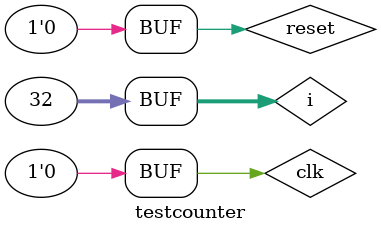
<source format=v>
`timescale 1ns / 1ps


module testcounter;

	// Inputs
	reg clk;
	reg reset;

	// Outputs
	wire [3:0] q;

	// Instantiate the Unit Under Test (UUT)
	counter4bit uut (
		.clk(clk), 
		.reset(reset), 
		.q(q)
	);
	integer i;
	initial begin
		// Initialize Inputs
		clk = 0;
		reset = 0;

		// Wait 100 ns for global reset to finish
		#10;
		reset = 1;
		#10;
		reset = 0;
		#10;
		for (i=0;i<32;i=i+1)
		#10 clk = ~clk;
		// Add stimulus here

	end
      
endmodule


</source>
